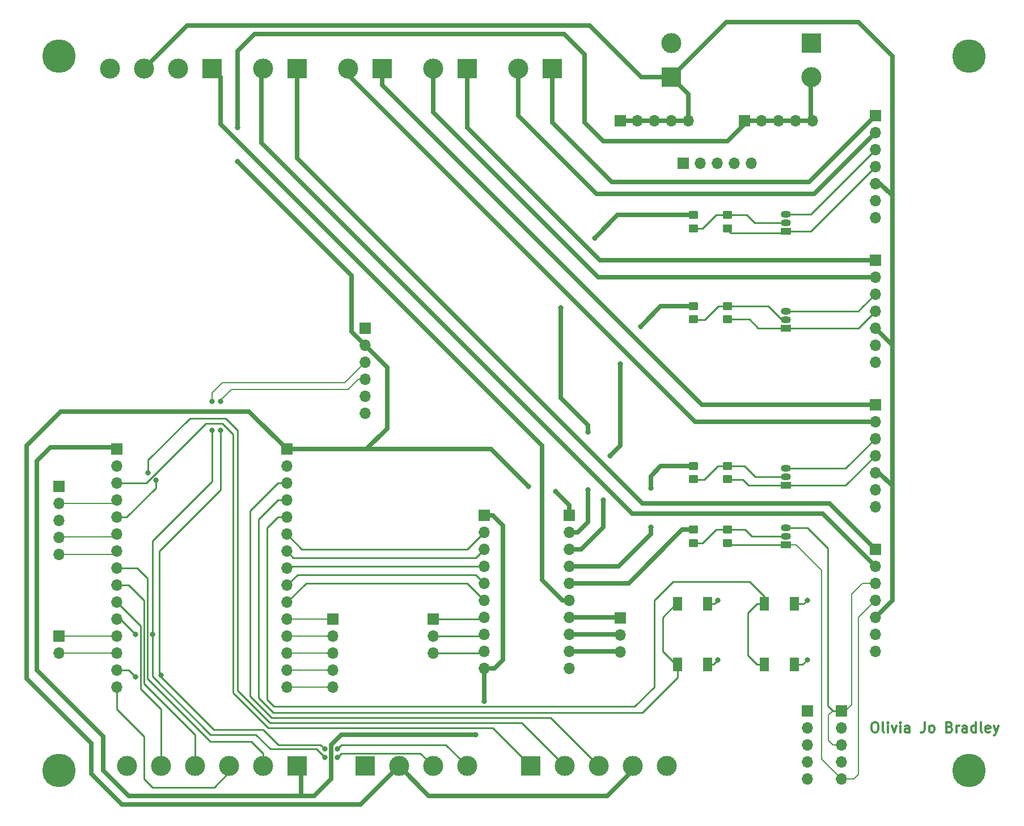
<source format=gtl>
G04 #@! TF.GenerationSoftware,KiCad,Pcbnew,(6.0.7)*
G04 #@! TF.CreationDate,2023-03-12T11:36:06-04:00*
G04 #@! TF.ProjectId,FlyBoxBoard,466c7942-6f78-4426-9f61-72642e6b6963,rev?*
G04 #@! TF.SameCoordinates,Original*
G04 #@! TF.FileFunction,Copper,L1,Top*
G04 #@! TF.FilePolarity,Positive*
%FSLAX46Y46*%
G04 Gerber Fmt 4.6, Leading zero omitted, Abs format (unit mm)*
G04 Created by KiCad (PCBNEW (6.0.7)) date 2023-03-12 11:36:06*
%MOMM*%
%LPD*%
G01*
G04 APERTURE LIST*
G04 Aperture macros list*
%AMRoundRect*
0 Rectangle with rounded corners*
0 $1 Rounding radius*
0 $2 $3 $4 $5 $6 $7 $8 $9 X,Y pos of 4 corners*
0 Add a 4 corners polygon primitive as box body*
4,1,4,$2,$3,$4,$5,$6,$7,$8,$9,$2,$3,0*
0 Add four circle primitives for the rounded corners*
1,1,$1+$1,$2,$3*
1,1,$1+$1,$4,$5*
1,1,$1+$1,$6,$7*
1,1,$1+$1,$8,$9*
0 Add four rect primitives between the rounded corners*
20,1,$1+$1,$2,$3,$4,$5,0*
20,1,$1+$1,$4,$5,$6,$7,0*
20,1,$1+$1,$6,$7,$8,$9,0*
20,1,$1+$1,$8,$9,$2,$3,0*%
G04 Aperture macros list end*
%ADD10C,0.300000*%
G04 #@! TA.AperFunction,NonConductor*
%ADD11C,0.300000*%
G04 #@! TD*
G04 #@! TA.AperFunction,ComponentPad*
%ADD12R,1.500000X1.050000*%
G04 #@! TD*
G04 #@! TA.AperFunction,ComponentPad*
%ADD13O,1.500000X1.050000*%
G04 #@! TD*
G04 #@! TA.AperFunction,ComponentPad*
%ADD14R,3.000000X3.000000*%
G04 #@! TD*
G04 #@! TA.AperFunction,ComponentPad*
%ADD15C,3.000000*%
G04 #@! TD*
G04 #@! TA.AperFunction,SMDPad,CuDef*
%ADD16RoundRect,0.250000X-0.450000X0.350000X-0.450000X-0.350000X0.450000X-0.350000X0.450000X0.350000X0*%
G04 #@! TD*
G04 #@! TA.AperFunction,SMDPad,CuDef*
%ADD17RoundRect,0.250000X0.450000X-0.350000X0.450000X0.350000X-0.450000X0.350000X-0.450000X-0.350000X0*%
G04 #@! TD*
G04 #@! TA.AperFunction,ComponentPad*
%ADD18R,1.700000X1.700000*%
G04 #@! TD*
G04 #@! TA.AperFunction,ComponentPad*
%ADD19O,1.700000X1.700000*%
G04 #@! TD*
G04 #@! TA.AperFunction,SMDPad,CuDef*
%ADD20R,1.400000X2.100000*%
G04 #@! TD*
G04 #@! TA.AperFunction,ViaPad*
%ADD21C,5.000000*%
G04 #@! TD*
G04 #@! TA.AperFunction,ViaPad*
%ADD22C,0.800000*%
G04 #@! TD*
G04 #@! TA.AperFunction,Conductor*
%ADD23C,0.250000*%
G04 #@! TD*
G04 #@! TA.AperFunction,Conductor*
%ADD24C,0.635000*%
G04 #@! TD*
G04 #@! TA.AperFunction,Conductor*
%ADD25C,0.203200*%
G04 #@! TD*
G04 #@! TA.AperFunction,Conductor*
%ADD26C,0.254000*%
G04 #@! TD*
G04 APERTURE END LIST*
D10*
D11*
X144598571Y-122368571D02*
X144884285Y-122368571D01*
X145027142Y-122440000D01*
X145170000Y-122582857D01*
X145241428Y-122868571D01*
X145241428Y-123368571D01*
X145170000Y-123654285D01*
X145027142Y-123797142D01*
X144884285Y-123868571D01*
X144598571Y-123868571D01*
X144455714Y-123797142D01*
X144312857Y-123654285D01*
X144241428Y-123368571D01*
X144241428Y-122868571D01*
X144312857Y-122582857D01*
X144455714Y-122440000D01*
X144598571Y-122368571D01*
X146098571Y-123868571D02*
X145955714Y-123797142D01*
X145884285Y-123654285D01*
X145884285Y-122368571D01*
X146670000Y-123868571D02*
X146670000Y-122868571D01*
X146670000Y-122368571D02*
X146598571Y-122440000D01*
X146670000Y-122511428D01*
X146741428Y-122440000D01*
X146670000Y-122368571D01*
X146670000Y-122511428D01*
X147241428Y-122868571D02*
X147598571Y-123868571D01*
X147955714Y-122868571D01*
X148527142Y-123868571D02*
X148527142Y-122868571D01*
X148527142Y-122368571D02*
X148455714Y-122440000D01*
X148527142Y-122511428D01*
X148598571Y-122440000D01*
X148527142Y-122368571D01*
X148527142Y-122511428D01*
X149884285Y-123868571D02*
X149884285Y-123082857D01*
X149812857Y-122940000D01*
X149670000Y-122868571D01*
X149384285Y-122868571D01*
X149241428Y-122940000D01*
X149884285Y-123797142D02*
X149741428Y-123868571D01*
X149384285Y-123868571D01*
X149241428Y-123797142D01*
X149170000Y-123654285D01*
X149170000Y-123511428D01*
X149241428Y-123368571D01*
X149384285Y-123297142D01*
X149741428Y-123297142D01*
X149884285Y-123225714D01*
X152170000Y-122368571D02*
X152170000Y-123440000D01*
X152098571Y-123654285D01*
X151955714Y-123797142D01*
X151741428Y-123868571D01*
X151598571Y-123868571D01*
X153098571Y-123868571D02*
X152955714Y-123797142D01*
X152884285Y-123725714D01*
X152812857Y-123582857D01*
X152812857Y-123154285D01*
X152884285Y-123011428D01*
X152955714Y-122940000D01*
X153098571Y-122868571D01*
X153312857Y-122868571D01*
X153455714Y-122940000D01*
X153527142Y-123011428D01*
X153598571Y-123154285D01*
X153598571Y-123582857D01*
X153527142Y-123725714D01*
X153455714Y-123797142D01*
X153312857Y-123868571D01*
X153098571Y-123868571D01*
X155884285Y-123082857D02*
X156098571Y-123154285D01*
X156170000Y-123225714D01*
X156241428Y-123368571D01*
X156241428Y-123582857D01*
X156170000Y-123725714D01*
X156098571Y-123797142D01*
X155955714Y-123868571D01*
X155384285Y-123868571D01*
X155384285Y-122368571D01*
X155884285Y-122368571D01*
X156027142Y-122440000D01*
X156098571Y-122511428D01*
X156170000Y-122654285D01*
X156170000Y-122797142D01*
X156098571Y-122940000D01*
X156027142Y-123011428D01*
X155884285Y-123082857D01*
X155384285Y-123082857D01*
X156884285Y-123868571D02*
X156884285Y-122868571D01*
X156884285Y-123154285D02*
X156955714Y-123011428D01*
X157027142Y-122940000D01*
X157170000Y-122868571D01*
X157312857Y-122868571D01*
X158455714Y-123868571D02*
X158455714Y-123082857D01*
X158384285Y-122940000D01*
X158241428Y-122868571D01*
X157955714Y-122868571D01*
X157812857Y-122940000D01*
X158455714Y-123797142D02*
X158312857Y-123868571D01*
X157955714Y-123868571D01*
X157812857Y-123797142D01*
X157741428Y-123654285D01*
X157741428Y-123511428D01*
X157812857Y-123368571D01*
X157955714Y-123297142D01*
X158312857Y-123297142D01*
X158455714Y-123225714D01*
X159812857Y-123868571D02*
X159812857Y-122368571D01*
X159812857Y-123797142D02*
X159670000Y-123868571D01*
X159384285Y-123868571D01*
X159241428Y-123797142D01*
X159170000Y-123725714D01*
X159098571Y-123582857D01*
X159098571Y-123154285D01*
X159170000Y-123011428D01*
X159241428Y-122940000D01*
X159384285Y-122868571D01*
X159670000Y-122868571D01*
X159812857Y-122940000D01*
X160741428Y-123868571D02*
X160598571Y-123797142D01*
X160527142Y-123654285D01*
X160527142Y-122368571D01*
X161884285Y-123797142D02*
X161741428Y-123868571D01*
X161455714Y-123868571D01*
X161312857Y-123797142D01*
X161241428Y-123654285D01*
X161241428Y-123082857D01*
X161312857Y-122940000D01*
X161455714Y-122868571D01*
X161741428Y-122868571D01*
X161884285Y-122940000D01*
X161955714Y-123082857D01*
X161955714Y-123225714D01*
X161241428Y-123368571D01*
X162455714Y-122868571D02*
X162812857Y-123868571D01*
X163170000Y-122868571D02*
X162812857Y-123868571D01*
X162670000Y-124225714D01*
X162598571Y-124297142D01*
X162455714Y-124368571D01*
D12*
G04 #@! TO.P,J20,1,E*
G04 #@! TO.N,Net-(J16-Pad2)*
X131445000Y-95885000D03*
D13*
G04 #@! TO.P,J20,2,B*
G04 #@! TO.N,Net-(J16-Pad1)*
X131445000Y-94615000D03*
G04 #@! TO.P,J20,3,C*
G04 #@! TO.N,Net-(J20-Pad3)*
X131445000Y-93345000D03*
G04 #@! TD*
D14*
G04 #@! TO.P,J11,1,Pin_1*
G04 #@! TO.N,/G LED+*
X83820000Y-24765000D03*
D15*
G04 #@! TO.P,J11,2,Pin_2*
G04 #@! TO.N,/G LED-*
X78740000Y-24765000D03*
G04 #@! TD*
D16*
G04 #@! TO.P,J33,1*
G04 #@! TO.N,Net-(J33-Pad1)*
X122682000Y-84090000D03*
G04 #@! TO.P,J33,2*
G04 #@! TO.N,Net-(J33-Pad2)*
X122682000Y-86090000D03*
G04 #@! TD*
G04 #@! TO.P,J29,1*
G04 #@! TO.N,Net-(J29-Pad1)*
X122682000Y-46625000D03*
G04 #@! TO.P,J29,2*
G04 #@! TO.N,Net-(J29-Pad2)*
X122682000Y-48625000D03*
G04 #@! TD*
D17*
G04 #@! TO.P,J30,1*
G04 #@! TO.N,Net-(J29-Pad1)*
X117602000Y-48625000D03*
G04 #@! TO.P,J30,2*
G04 #@! TO.N,/HV1*
X117602000Y-46625000D03*
G04 #@! TD*
D12*
G04 #@! TO.P,J36,1,E*
G04 #@! TO.N,Net-(J31-Pad2)*
X131445000Y-63500000D03*
D13*
G04 #@! TO.P,J36,2,B*
G04 #@! TO.N,Net-(J31-Pad1)*
X131445000Y-62230000D03*
G04 #@! TO.P,J36,3,C*
G04 #@! TO.N,Net-(J36-Pad3)*
X131445000Y-60960000D03*
G04 #@! TD*
D18*
G04 #@! TO.P,J21,1,Pin_1*
G04 #@! TO.N,Net-(J21-Pad1)*
X78740000Y-106988200D03*
D19*
G04 #@! TO.P,J21,2,Pin_2*
G04 #@! TO.N,Net-(J21-Pad2)*
X78740000Y-109528200D03*
G04 #@! TO.P,J21,3,Pin_3*
G04 #@! TO.N,Net-(J21-Pad3)*
X78740000Y-112068200D03*
G04 #@! TD*
D14*
G04 #@! TO.P,J6,1,Pin_1*
G04 #@! TO.N,/D15*
X93345000Y-128905000D03*
D15*
G04 #@! TO.P,J6,2,Pin_2*
G04 #@! TO.N,/D4*
X98425000Y-128905000D03*
G04 #@! TO.P,J6,3,Pin_3*
G04 #@! TO.N,/D13*
X103505000Y-128905000D03*
G04 #@! TO.P,J6,4,Pin_4*
G04 #@! TO.N,/5V*
X108585000Y-128905000D03*
G04 #@! TO.P,J6,5,Pin_5*
G04 #@! TO.N,/GND*
X113665000Y-128905000D03*
G04 #@! TD*
D16*
G04 #@! TO.P,J16,1*
G04 #@! TO.N,Net-(J16-Pad1)*
X122682000Y-93615000D03*
G04 #@! TO.P,J16,2*
G04 #@! TO.N,Net-(J16-Pad2)*
X122682000Y-95615000D03*
G04 #@! TD*
D18*
G04 #@! TO.P,J27,1,Pin_1*
G04 #@! TO.N,/5V*
X99060000Y-91440000D03*
D19*
G04 #@! TO.P,J27,2,Pin_2*
G04 #@! TO.N,/HV1*
X99060000Y-93980000D03*
G04 #@! TO.P,J27,3,Pin_3*
G04 #@! TO.N,/HV2*
X99060000Y-96520000D03*
G04 #@! TO.P,J27,4,Pin_4*
G04 #@! TO.N,/HV3*
X99060000Y-99060000D03*
G04 #@! TO.P,J27,5,Pin_5*
G04 #@! TO.N,/HV4*
X99060000Y-101600000D03*
G04 #@! TO.P,J27,6,Pin_6*
G04 #@! TO.N,/HV5*
X99060000Y-104140000D03*
G04 #@! TO.P,J27,7,Pin_7*
G04 #@! TO.N,Net-(J27-Pad7)*
X99060000Y-106680000D03*
G04 #@! TO.P,J27,8,Pin_8*
G04 #@! TO.N,Net-(J27-Pad8)*
X99060000Y-109220000D03*
G04 #@! TO.P,J27,9,Pin_9*
G04 #@! TO.N,Net-(J27-Pad9)*
X99060000Y-111760000D03*
G04 #@! TO.P,J27,10,Pin_10*
G04 #@! TO.N,/GND*
X99060000Y-114300000D03*
G04 #@! TD*
D18*
G04 #@! TO.P,J40,1,Pin_1*
G04 #@! TO.N,/R LED+*
X144780000Y-74930000D03*
D19*
G04 #@! TO.P,J40,2,Pin_2*
G04 #@! TO.N,/R LED-*
X144780000Y-77470000D03*
G04 #@! TO.P,J40,3,Pin_3*
G04 #@! TO.N,Net-(J37-Pad3)*
X144780000Y-80010000D03*
G04 #@! TO.P,J40,4,Pin_4*
G04 #@! TO.N,Net-(J33-Pad2)*
X144780000Y-82550000D03*
G04 #@! TO.P,J40,5,Pin_5*
G04 #@! TO.N,/12V*
X144780000Y-85090000D03*
G04 #@! TO.P,J40,6,Pin_6*
G04 #@! TO.N,unconnected-(J40-Pad6)*
X144780000Y-87630000D03*
G04 #@! TO.P,J40,7,Pin_7*
G04 #@! TO.N,/GND*
X144780000Y-90170000D03*
G04 #@! TD*
D18*
G04 #@! TO.P,J5,1,Pin_1*
G04 #@! TO.N,/5V*
X56926800Y-81588200D03*
D19*
G04 #@! TO.P,J5,2,Pin_2*
G04 #@! TO.N,/GND*
X56926800Y-84128200D03*
G04 #@! TO.P,J5,3,Pin_3*
G04 #@! TO.N,/D13*
X56926800Y-86668200D03*
G04 #@! TO.P,J5,4,Pin_4*
G04 #@! TO.N,/D12*
X56926800Y-89208200D03*
G04 #@! TO.P,J5,5,Pin_5*
G04 #@! TO.N,/D14*
X56926800Y-91748200D03*
G04 #@! TO.P,J5,6,Pin_6*
G04 #@! TO.N,/D27*
X56926800Y-94288200D03*
G04 #@! TO.P,J5,7,Pin_7*
G04 #@! TO.N,/D26*
X56926800Y-96828200D03*
G04 #@! TO.P,J5,8,Pin_8*
G04 #@! TO.N,/D25*
X56926800Y-99368200D03*
G04 #@! TO.P,J5,9,Pin_9*
G04 #@! TO.N,/D33*
X56926800Y-101908200D03*
G04 #@! TO.P,J5,10,Pin_10*
G04 #@! TO.N,/D32*
X56926800Y-104448200D03*
G04 #@! TO.P,J5,11,Pin_11*
G04 #@! TO.N,Net-(J25-Pad1)*
X56926800Y-106988200D03*
G04 #@! TO.P,J5,12,Pin_12*
G04 #@! TO.N,Net-(J25-Pad2)*
X56926800Y-109528200D03*
G04 #@! TO.P,J5,13,Pin_13*
G04 #@! TO.N,Net-(J25-Pad3)*
X56926800Y-112068200D03*
G04 #@! TO.P,J5,14,Pin_14*
G04 #@! TO.N,Net-(J25-Pad4)*
X56926800Y-114608200D03*
G04 #@! TO.P,J5,15,Pin_15*
G04 #@! TO.N,Net-(J25-Pad5)*
X56926800Y-117148200D03*
G04 #@! TD*
D12*
G04 #@! TO.P,J35,1,E*
G04 #@! TO.N,Net-(J29-Pad2)*
X131445000Y-49022000D03*
D13*
G04 #@! TO.P,J35,2,B*
G04 #@! TO.N,Net-(J29-Pad1)*
X131445000Y-47752000D03*
G04 #@! TO.P,J35,3,C*
G04 #@! TO.N,Net-(J35-Pad3)*
X131445000Y-46482000D03*
G04 #@! TD*
D18*
G04 #@! TO.P,J25,1,Pin_1*
G04 #@! TO.N,Net-(J25-Pad1)*
X63754000Y-106934000D03*
D19*
G04 #@! TO.P,J25,2,Pin_2*
G04 #@! TO.N,Net-(J25-Pad2)*
X63754000Y-109474000D03*
G04 #@! TO.P,J25,3,Pin_3*
G04 #@! TO.N,Net-(J25-Pad3)*
X63754000Y-112014000D03*
G04 #@! TO.P,J25,4,Pin_4*
G04 #@! TO.N,Net-(J25-Pad4)*
X63754000Y-114554000D03*
G04 #@! TO.P,J25,5,Pin_5*
G04 #@! TO.N,Net-(J25-Pad5)*
X63754000Y-117094000D03*
G04 #@! TD*
D18*
G04 #@! TO.P,J4,1,Pin_1*
G04 #@! TO.N,/GND*
X68580000Y-63500000D03*
D19*
G04 #@! TO.P,J4,2,Pin_2*
G04 #@! TO.N,/5V*
X68580000Y-66040000D03*
G04 #@! TO.P,J4,3,Pin_3*
G04 #@! TO.N,/D21*
X68580000Y-68580000D03*
G04 #@! TO.P,J4,4,Pin_4*
G04 #@! TO.N,/D22*
X68580000Y-71120000D03*
G04 #@! TO.P,J4,5,Pin_5*
G04 #@! TO.N,unconnected-(J4-Pad5)*
X68580000Y-73660000D03*
G04 #@! TO.P,J4,6,Pin_6*
G04 #@! TO.N,unconnected-(J4-Pad6)*
X68580000Y-76200000D03*
G04 #@! TD*
D14*
G04 #@! TO.P,J15,1,Pin_1*
G04 #@! TO.N,/3V3*
X58420000Y-128905000D03*
D15*
G04 #@! TO.P,J15,2,Pin_2*
G04 #@! TO.N,/D5*
X53340000Y-128905000D03*
G04 #@! TO.P,J15,3,Pin_3*
G04 #@! TO.N,/D23*
X48260000Y-128905000D03*
G04 #@! TO.P,J15,4,Pin_4*
G04 #@! TO.N,/D18*
X43180000Y-128905000D03*
G04 #@! TO.P,J15,5,Pin_5*
G04 #@! TO.N,/D19*
X38100000Y-128905000D03*
G04 #@! TO.P,J15,6,Pin_6*
G04 #@! TO.N,/GND*
X33020000Y-128905000D03*
G04 #@! TD*
D18*
G04 #@! TO.P,J24,1,Pin_1*
G04 #@! TO.N,/GND*
X116078000Y-38862000D03*
D19*
G04 #@! TO.P,J24,2,Pin_2*
X118618000Y-38862000D03*
G04 #@! TO.P,J24,3,Pin_3*
X121158000Y-38862000D03*
G04 #@! TO.P,J24,4,Pin_4*
X123698000Y-38862000D03*
G04 #@! TO.P,J24,5,Pin_5*
X126238000Y-38862000D03*
G04 #@! TD*
D14*
G04 #@! TO.P,J10,1,Pin_1*
G04 #@! TO.N,/R LED+*
X71120000Y-24765000D03*
D15*
G04 #@! TO.P,J10,2,Pin_2*
G04 #@! TO.N,/R LED-*
X66040000Y-24765000D03*
G04 #@! TD*
D18*
G04 #@! TO.P,J22,1,Pin_1*
G04 #@! TO.N,N/C*
X134645000Y-120680000D03*
D19*
G04 #@! TO.P,J22,2,Pin_2*
X134645000Y-123220000D03*
G04 #@! TO.P,J22,3,Pin_3*
X134645000Y-125760000D03*
G04 #@! TO.P,J22,4,Pin_4*
X134645000Y-128300000D03*
G04 #@! TO.P,J22,5,Pin_5*
X134645000Y-130840000D03*
G04 #@! TD*
D17*
G04 #@! TO.P,J32,1*
G04 #@! TO.N,Net-(J31-Pad1)*
X117602000Y-62222000D03*
G04 #@! TO.P,J32,2*
G04 #@! TO.N,/HV2*
X117602000Y-60222000D03*
G04 #@! TD*
D14*
G04 #@! TO.P,J9,1,Pin_1*
G04 #@! TO.N,/HV5*
X45720000Y-24765000D03*
D15*
G04 #@! TO.P,J9,2,Pin_2*
G04 #@! TO.N,/X*
X40640000Y-24765000D03*
G04 #@! TO.P,J9,3,Pin_3*
G04 #@! TO.N,/12V*
X35560000Y-24765000D03*
G04 #@! TO.P,J9,4,Pin_4*
G04 #@! TO.N,/GND*
X30480000Y-24765000D03*
G04 #@! TD*
D18*
G04 #@! TO.P,J7,1,Pin_1*
G04 #@! TO.N,/5V*
X125222000Y-32512000D03*
D19*
G04 #@! TO.P,J7,2,Pin_2*
X127762000Y-32512000D03*
G04 #@! TO.P,J7,3,Pin_3*
X130302000Y-32512000D03*
G04 #@! TO.P,J7,4,Pin_4*
X132842000Y-32512000D03*
G04 #@! TO.P,J7,5,Pin_5*
X135382000Y-32512000D03*
G04 #@! TD*
D16*
G04 #@! TO.P,J31,1*
G04 #@! TO.N,Net-(J31-Pad1)*
X122682000Y-60222000D03*
G04 #@! TO.P,J31,2*
G04 #@! TO.N,Net-(J31-Pad2)*
X122682000Y-62222000D03*
G04 #@! TD*
D18*
G04 #@! TO.P,J28,1,Pin_1*
G04 #@! TO.N,Net-(J27-Pad7)*
X106680000Y-106805800D03*
D19*
G04 #@! TO.P,J28,2,Pin_2*
G04 #@! TO.N,Net-(J27-Pad8)*
X106680000Y-109345800D03*
G04 #@! TO.P,J28,3,Pin_3*
G04 #@! TO.N,Net-(J27-Pad9)*
X106680000Y-111885800D03*
G04 #@! TD*
D18*
G04 #@! TO.P,J3,1,Pin_1*
G04 #@! TO.N,/3V3*
X31526800Y-81588200D03*
D19*
G04 #@! TO.P,J3,2,Pin_2*
G04 #@! TO.N,/GND*
X31526800Y-84128200D03*
G04 #@! TO.P,J3,3,Pin_3*
G04 #@! TO.N,/D15*
X31526800Y-86668200D03*
G04 #@! TO.P,J3,4,Pin_4*
G04 #@! TO.N,Net-(J18-Pad2)*
X31526800Y-89208200D03*
G04 #@! TO.P,J3,5,Pin_5*
G04 #@! TO.N,/D4*
X31526800Y-91748200D03*
G04 #@! TO.P,J3,6,Pin_6*
G04 #@! TO.N,Net-(J18-Pad4)*
X31526800Y-94288200D03*
G04 #@! TO.P,J3,7,Pin_7*
G04 #@! TO.N,Net-(J18-Pad5)*
X31526800Y-96828200D03*
G04 #@! TO.P,J3,8,Pin_8*
G04 #@! TO.N,/D5*
X31526800Y-99368200D03*
G04 #@! TO.P,J3,9,Pin_9*
G04 #@! TO.N,/D18*
X31526800Y-101908200D03*
G04 #@! TO.P,J3,10,Pin_10*
G04 #@! TO.N,/D19*
X31526800Y-104448200D03*
G04 #@! TO.P,J3,11,Pin_11*
G04 #@! TO.N,/D21*
X31526800Y-106988200D03*
G04 #@! TO.P,J3,12,Pin_12*
G04 #@! TO.N,Net-(J19-Pad1)*
X31526800Y-109528200D03*
G04 #@! TO.P,J3,13,Pin_13*
G04 #@! TO.N,Net-(J19-Pad2)*
X31526800Y-112068200D03*
G04 #@! TO.P,J3,14,Pin_14*
G04 #@! TO.N,/D22*
X31526800Y-114608200D03*
G04 #@! TO.P,J3,15,Pin_15*
G04 #@! TO.N,/D23*
X31526800Y-117148200D03*
G04 #@! TD*
D18*
G04 #@! TO.P,J19,1,Pin_1*
G04 #@! TO.N,Net-(J19-Pad1)*
X22885000Y-109528200D03*
D19*
G04 #@! TO.P,J19,2,Pin_2*
G04 #@! TO.N,Net-(J19-Pad2)*
X22885000Y-112068200D03*
G04 #@! TD*
D18*
G04 #@! TO.P,J39,1,Pin_1*
G04 #@! TO.N,/G LED+*
X144780000Y-53340000D03*
D19*
G04 #@! TO.P,J39,2,Pin_2*
G04 #@! TO.N,/G LED-*
X144780000Y-55880000D03*
G04 #@! TO.P,J39,3,Pin_3*
G04 #@! TO.N,Net-(J36-Pad3)*
X144780000Y-58420000D03*
G04 #@! TO.P,J39,4,Pin_4*
G04 #@! TO.N,Net-(J31-Pad2)*
X144780000Y-60960000D03*
G04 #@! TO.P,J39,5,Pin_5*
G04 #@! TO.N,/12V*
X144780000Y-63500000D03*
G04 #@! TO.P,J39,6,Pin_6*
G04 #@! TO.N,unconnected-(J39-Pad6)*
X144780000Y-66040000D03*
G04 #@! TO.P,J39,7,Pin_7*
G04 #@! TO.N,/GND*
X144780000Y-68580000D03*
G04 #@! TD*
D14*
G04 #@! TO.P,J13,1,Pin_1*
G04 #@! TO.N,/IR LED+*
X58420000Y-24765000D03*
D15*
G04 #@! TO.P,J13,2,Pin_2*
G04 #@! TO.N,/IR LED-*
X53340000Y-24765000D03*
G04 #@! TD*
D14*
G04 #@! TO.P,J12,1,Pin_1*
G04 #@! TO.N,/W LED+*
X96520000Y-24765000D03*
D15*
G04 #@! TO.P,J12,2,Pin_2*
G04 #@! TO.N,/W LED-*
X91440000Y-24765000D03*
G04 #@! TD*
D20*
G04 #@! TO.P,S2,1*
G04 #@! TO.N,/D14*
X128215000Y-113770000D03*
G04 #@! TO.P,S2,2*
X128215000Y-104670000D03*
G04 #@! TO.P,S2,3*
G04 #@! TO.N,/GND*
X132715000Y-113770000D03*
G04 #@! TO.P,S2,4*
X132715000Y-104670000D03*
G04 #@! TD*
D14*
G04 #@! TO.P,J1,1,Pin_1*
G04 #@! TO.N,/GND*
X135255000Y-20955000D03*
D15*
G04 #@! TO.P,J1,2,Pin_2*
G04 #@! TO.N,/5V*
X135255000Y-26035000D03*
G04 #@! TD*
D17*
G04 #@! TO.P,J17,1*
G04 #@! TO.N,Net-(J16-Pad1)*
X117602000Y-95615000D03*
G04 #@! TO.P,J17,2*
G04 #@! TO.N,/HV4*
X117602000Y-93615000D03*
G04 #@! TD*
D18*
G04 #@! TO.P,J22,1,Pin_1*
G04 #@! TO.N,Net-(J20-Pad3)*
X139700000Y-120650000D03*
D19*
G04 #@! TO.P,J22,2,Pin_2*
G04 #@! TO.N,unconnected-(J22-Pad2)*
X139700000Y-123190000D03*
G04 #@! TO.P,J22,3,Pin_3*
G04 #@! TO.N,Net-(J20-Pad3)*
X139700000Y-125730000D03*
G04 #@! TO.P,J22,4,Pin_4*
G04 #@! TO.N,unconnected-(J22-Pad4)*
X139700000Y-128270000D03*
G04 #@! TO.P,J22,5,Pin_5*
G04 #@! TO.N,Net-(J16-Pad2)*
X139700000Y-130810000D03*
G04 #@! TD*
D18*
G04 #@! TO.P,J26,1,Pin_1*
G04 #@! TO.N,/IR LED+*
X144780000Y-96520000D03*
D19*
G04 #@! TO.P,J26,2,Pin_2*
G04 #@! TO.N,/IR LED-*
X144780000Y-99060000D03*
G04 #@! TO.P,J26,3,Pin_3*
G04 #@! TO.N,Net-(J20-Pad3)*
X144780000Y-101600000D03*
G04 #@! TO.P,J26,4,Pin_4*
G04 #@! TO.N,Net-(J16-Pad2)*
X144780000Y-104140000D03*
G04 #@! TO.P,J26,5,Pin_5*
G04 #@! TO.N,/12V*
X144780000Y-106680000D03*
G04 #@! TO.P,J26,6,Pin_6*
G04 #@! TO.N,unconnected-(J26-Pad6)*
X144780000Y-109220000D03*
G04 #@! TO.P,J26,7,Pin_7*
G04 #@! TO.N,/GND*
X144780000Y-111760000D03*
G04 #@! TD*
D18*
G04 #@! TO.P,J23,1,Pin_1*
G04 #@! TO.N,/3V3*
X86360000Y-91440000D03*
D19*
G04 #@! TO.P,J23,2,Pin_2*
G04 #@! TO.N,/D27*
X86360000Y-93980000D03*
G04 #@! TO.P,J23,3,Pin_3*
G04 #@! TO.N,/D26*
X86360000Y-96520000D03*
G04 #@! TO.P,J23,4,Pin_4*
G04 #@! TO.N,/D25*
X86360000Y-99060000D03*
G04 #@! TO.P,J23,5,Pin_5*
G04 #@! TO.N,/D33*
X86360000Y-101600000D03*
G04 #@! TO.P,J23,6,Pin_6*
G04 #@! TO.N,/D32*
X86360000Y-104140000D03*
G04 #@! TO.P,J23,7,Pin_7*
G04 #@! TO.N,Net-(J21-Pad1)*
X86360000Y-106680000D03*
G04 #@! TO.P,J23,8,Pin_8*
G04 #@! TO.N,Net-(J21-Pad2)*
X86360000Y-109220000D03*
G04 #@! TO.P,J23,9,Pin_9*
G04 #@! TO.N,Net-(J21-Pad3)*
X86360000Y-111760000D03*
G04 #@! TO.P,J23,10,Pin_10*
G04 #@! TO.N,/3V3*
X86360000Y-114300000D03*
G04 #@! TD*
D14*
G04 #@! TO.P,J14,1,Pin_1*
G04 #@! TO.N,/GND*
X68580000Y-128905000D03*
D15*
G04 #@! TO.P,J14,2,Pin_2*
G04 #@! TO.N,/5V*
X73660000Y-128905000D03*
G04 #@! TO.P,J14,3,Pin_3*
G04 #@! TO.N,/D21*
X78740000Y-128905000D03*
G04 #@! TO.P,J14,4,Pin_4*
G04 #@! TO.N,/D22*
X83820000Y-128905000D03*
G04 #@! TD*
D12*
G04 #@! TO.P,J37,1,E*
G04 #@! TO.N,Net-(J33-Pad2)*
X131445000Y-86995000D03*
D13*
G04 #@! TO.P,J37,2,B*
G04 #@! TO.N,Net-(J33-Pad1)*
X131445000Y-85725000D03*
G04 #@! TO.P,J37,3,C*
G04 #@! TO.N,Net-(J37-Pad3)*
X131445000Y-84455000D03*
G04 #@! TD*
D14*
G04 #@! TO.P,J2,1,Pin_1*
G04 #@! TO.N,/12V*
X114300000Y-26035000D03*
D15*
G04 #@! TO.P,J2,2,Pin_2*
G04 #@! TO.N,/GND*
X114300000Y-20955000D03*
G04 #@! TD*
D18*
G04 #@! TO.P,J38,1,Pin_1*
G04 #@! TO.N,/W LED+*
X144780000Y-31750000D03*
D19*
G04 #@! TO.P,J38,2,Pin_2*
G04 #@! TO.N,/W LED-*
X144780000Y-34290000D03*
G04 #@! TO.P,J38,3,Pin_3*
G04 #@! TO.N,Net-(J35-Pad3)*
X144780000Y-36830000D03*
G04 #@! TO.P,J38,4,Pin_4*
G04 #@! TO.N,Net-(J29-Pad2)*
X144780000Y-39370000D03*
G04 #@! TO.P,J38,5,Pin_5*
G04 #@! TO.N,/12V*
X144780000Y-41910000D03*
G04 #@! TO.P,J38,6,Pin_6*
G04 #@! TO.N,unconnected-(J38-Pad6)*
X144780000Y-44450000D03*
G04 #@! TO.P,J38,7,Pin_7*
G04 #@! TO.N,/GND*
X144780000Y-46990000D03*
G04 #@! TD*
D17*
G04 #@! TO.P,J34,1*
G04 #@! TO.N,Net-(J33-Pad1)*
X117602000Y-86090000D03*
G04 #@! TO.P,J34,2*
G04 #@! TO.N,/HV3*
X117602000Y-84090000D03*
G04 #@! TD*
D18*
G04 #@! TO.P,J8,1,Pin_1*
G04 #@! TO.N,/12V*
X106680000Y-32512000D03*
D19*
G04 #@! TO.P,J8,2,Pin_2*
X109220000Y-32512000D03*
G04 #@! TO.P,J8,3,Pin_3*
X111760000Y-32512000D03*
G04 #@! TO.P,J8,4,Pin_4*
X114300000Y-32512000D03*
G04 #@! TO.P,J8,5,Pin_5*
X116840000Y-32512000D03*
G04 #@! TD*
D18*
G04 #@! TO.P,J18,1,Pin_1*
G04 #@! TO.N,unconnected-(J18-Pad1)*
X22885000Y-87146200D03*
D19*
G04 #@! TO.P,J18,2,Pin_2*
G04 #@! TO.N,Net-(J18-Pad2)*
X22885000Y-89686200D03*
G04 #@! TO.P,J18,3,Pin_3*
G04 #@! TO.N,unconnected-(J18-Pad3)*
X22885000Y-92226200D03*
G04 #@! TO.P,J18,4,Pin_4*
G04 #@! TO.N,Net-(J18-Pad4)*
X22885000Y-94766200D03*
G04 #@! TO.P,J18,5,Pin_5*
G04 #@! TO.N,Net-(J18-Pad5)*
X22885000Y-97306200D03*
G04 #@! TD*
D20*
G04 #@! TO.P,S1,1*
G04 #@! TO.N,/D12*
X115225000Y-113770000D03*
G04 #@! TO.P,S1,2*
X115225000Y-104670000D03*
G04 #@! TO.P,S1,3*
G04 #@! TO.N,/GND*
X119725000Y-113770000D03*
G04 #@! TO.P,S1,4*
X119725000Y-104670000D03*
G04 #@! TD*
D21*
G04 #@! TO.N,/GND*
X22860000Y-129540000D03*
D22*
X134620000Y-104140000D03*
X134620000Y-113030000D03*
X121285000Y-113030000D03*
X121285000Y-104140000D03*
D21*
X158750000Y-22860000D03*
X158750000Y-129540000D03*
X22860000Y-22860000D03*
D22*
G04 #@! TO.N,/5V*
X97028000Y-87884000D03*
X49530000Y-38608000D03*
X92964000Y-87122000D03*
X49530000Y-33528000D03*
G04 #@! TO.N,/3V3*
X86360000Y-119290500D03*
X85090000Y-124206000D03*
G04 #@! TO.N,/D21*
X64417000Y-127635000D03*
X36830000Y-109220000D03*
X34290000Y-109220000D03*
X62583000Y-127635000D03*
X45720000Y-74422000D03*
X45720000Y-78740000D03*
G04 #@! TO.N,/D22*
X46990000Y-78740000D03*
X62583000Y-126378417D03*
X34290000Y-115570000D03*
X64417000Y-126378417D03*
X46990000Y-74422000D03*
X38100000Y-115370260D03*
G04 #@! TO.N,/HV2*
X105156000Y-82550000D03*
X106680000Y-68834000D03*
X109728000Y-63246000D03*
X104140000Y-89154000D03*
G04 #@! TO.N,/HV3*
X111252000Y-87376000D03*
X111252000Y-93218000D03*
G04 #@! TO.N,/HV1*
X102870000Y-50038000D03*
X101854000Y-78994000D03*
X97790000Y-60452000D03*
X101854000Y-87630000D03*
G04 #@! TO.N,/D4*
X36195000Y-85090000D03*
X37342299Y-86237299D03*
G04 #@! TD*
D23*
G04 #@! TO.N,/GND*
X134620000Y-104140000D02*
X134090000Y-104670000D01*
X120755000Y-104670000D02*
X119725000Y-104670000D01*
X134090000Y-104670000D02*
X132715000Y-104670000D01*
X120545000Y-113770000D02*
X119725000Y-113770000D01*
X121285000Y-113030000D02*
X120545000Y-113770000D01*
X121285000Y-104140000D02*
X120755000Y-104670000D01*
X134620000Y-113030000D02*
X133880000Y-113770000D01*
X133880000Y-113770000D02*
X132715000Y-113770000D01*
D24*
G04 #@! TO.N,/5V*
X108585000Y-128905000D02*
X108585000Y-129540000D01*
X18034000Y-115824000D02*
X27686000Y-125476000D01*
X67945000Y-134620000D02*
X73660000Y-128905000D01*
X52070000Y-19558000D02*
X98298000Y-19558000D01*
X99060000Y-89916000D02*
X97028000Y-87884000D01*
X125222000Y-32512000D02*
X135382000Y-32512000D01*
X135128000Y-32258000D02*
X135128000Y-26162000D01*
X68779800Y-81588200D02*
X71882000Y-78486000D01*
X71882000Y-78486000D02*
X71882000Y-69342000D01*
X18034000Y-81026000D02*
X18034000Y-115824000D01*
X32258000Y-134620000D02*
X67945000Y-134620000D01*
X101346000Y-22606000D02*
X101346000Y-32766000D01*
X71882000Y-69342000D02*
X68580000Y-66040000D01*
X135128000Y-26162000D02*
X135255000Y-26035000D01*
X125222000Y-33020000D02*
X125222000Y-32512000D01*
X27686000Y-130048000D02*
X32258000Y-134620000D01*
X92964000Y-87122000D02*
X87430200Y-81588200D01*
X27686000Y-125476000D02*
X27686000Y-130048000D01*
X78105000Y-133350000D02*
X73660000Y-128905000D01*
X56926800Y-81588200D02*
X68779800Y-81588200D01*
X49530000Y-33528000D02*
X49530000Y-22098000D01*
X66548000Y-64008000D02*
X68580000Y-66040000D01*
X99060000Y-91440000D02*
X99060000Y-89916000D01*
X51284600Y-75946000D02*
X23114000Y-75946000D01*
X122682000Y-35560000D02*
X125222000Y-33020000D01*
X135382000Y-32512000D02*
X135128000Y-32258000D01*
X49530000Y-38608000D02*
X66548000Y-55626000D01*
X104140000Y-35560000D02*
X122682000Y-35560000D01*
X104775000Y-133350000D02*
X78105000Y-133350000D01*
X49530000Y-22098000D02*
X52070000Y-19558000D01*
X87430200Y-81588200D02*
X56926800Y-81588200D01*
X66548000Y-55626000D02*
X66548000Y-64008000D01*
X56926800Y-81588200D02*
X51284600Y-75946000D01*
X101346000Y-32766000D02*
X104140000Y-35560000D01*
X23114000Y-75946000D02*
X18034000Y-81026000D01*
X98298000Y-19558000D02*
X101346000Y-22606000D01*
X108585000Y-129540000D02*
X104775000Y-133350000D01*
G04 #@! TO.N,/12V*
X147320000Y-22860000D02*
X147320000Y-43738800D01*
X106680000Y-32512000D02*
X116840000Y-32512000D01*
X42037000Y-18288000D02*
X35560000Y-24765000D01*
X147320000Y-87101200D02*
X145308800Y-85090000D01*
X102108000Y-18288000D02*
X42037000Y-18288000D01*
X147320000Y-66040000D02*
X147320000Y-87101200D01*
X147320000Y-43738800D02*
X145491200Y-41910000D01*
X147320000Y-87101200D02*
X147320000Y-104140000D01*
X114300000Y-26035000D02*
X122555000Y-17780000D01*
X122555000Y-17780000D02*
X142240000Y-17780000D01*
X114300000Y-26035000D02*
X116840000Y-28575000D01*
X145491200Y-41910000D02*
X144780000Y-41910000D01*
X116840000Y-28575000D02*
X116840000Y-32512000D01*
X114300000Y-26035000D02*
X109855000Y-26035000D01*
X109855000Y-26035000D02*
X102108000Y-18288000D01*
X147320000Y-104140000D02*
X144780000Y-106680000D01*
X142240000Y-17780000D02*
X147320000Y-22860000D01*
X145308800Y-85090000D02*
X144780000Y-85090000D01*
X147320000Y-66040000D02*
X144780000Y-63500000D01*
X147320000Y-43738800D02*
X147320000Y-66040000D01*
G04 #@! TO.N,/3V3*
X21590000Y-81280000D02*
X19558000Y-83312000D01*
X19558000Y-83312000D02*
X19558000Y-114554000D01*
X29464000Y-124460000D02*
X29464000Y-129540000D01*
X86360000Y-119290500D02*
X86360000Y-114300000D01*
X63500000Y-130810000D02*
X60960000Y-133350000D01*
X33274000Y-133350000D02*
X59045500Y-133350000D01*
X89154000Y-113030000D02*
X89154000Y-92964000D01*
X87630000Y-91440000D02*
X86360000Y-91440000D01*
X65024000Y-124206000D02*
X63500000Y-125730000D01*
X60960000Y-133350000D02*
X59045500Y-133350000D01*
X31218600Y-81280000D02*
X21590000Y-81280000D01*
X86360000Y-114300000D02*
X87884000Y-114300000D01*
X85090000Y-124206000D02*
X65024000Y-124206000D01*
X87884000Y-114300000D02*
X89154000Y-113030000D01*
X89154000Y-92964000D02*
X87630000Y-91440000D01*
X19558000Y-114554000D02*
X29464000Y-124460000D01*
X58420000Y-128905000D02*
X59045500Y-129530500D01*
X59045500Y-129530500D02*
X59045500Y-133350000D01*
X63500000Y-125730000D02*
X63500000Y-130810000D01*
X29464000Y-129540000D02*
X33274000Y-133350000D01*
X31526800Y-81588200D02*
X31218600Y-81280000D01*
D25*
G04 #@! TO.N,Net-(J18-Pad2)*
X31425200Y-89686200D02*
X31526800Y-89584600D01*
X22885000Y-89686200D02*
X31425200Y-89686200D01*
G04 #@! TO.N,Net-(J18-Pad4)*
X31526800Y-94664600D02*
X22986600Y-94664600D01*
X22986600Y-94664600D02*
X22885000Y-94766200D01*
G04 #@! TO.N,Net-(J18-Pad5)*
X31425200Y-97306200D02*
X31526800Y-97204600D01*
X22885000Y-97306200D02*
X31425200Y-97306200D01*
D26*
G04 #@! TO.N,/D5*
X51562000Y-125222000D02*
X53340000Y-127000000D01*
X53340000Y-127000000D02*
X53340000Y-128905000D01*
X36068000Y-115824000D02*
X45466000Y-125222000D01*
X45466000Y-125222000D02*
X51562000Y-125222000D01*
X36068000Y-100838000D02*
X36068000Y-115824000D01*
X34598200Y-99368200D02*
X36068000Y-100838000D01*
X31526800Y-99368200D02*
X34598200Y-99368200D01*
G04 #@! TO.N,/D18*
X43180000Y-124206000D02*
X43180000Y-128905000D01*
X33328200Y-101908200D02*
X35560000Y-104140000D01*
X31526800Y-101908200D02*
X33328200Y-101908200D01*
X35560000Y-116586000D02*
X43180000Y-124206000D01*
X35560000Y-104140000D02*
X35560000Y-116586000D01*
G04 #@! TO.N,/D19*
X35106000Y-108027400D02*
X31526800Y-104448200D01*
X38100000Y-120396000D02*
X35106000Y-117402000D01*
X38100000Y-128905000D02*
X38100000Y-120396000D01*
X35106000Y-117402000D02*
X35106000Y-108027400D01*
G04 #@! TO.N,/D21*
X45480104Y-124206000D02*
X36830000Y-115555896D01*
X36830000Y-95250000D02*
X36830000Y-109220000D01*
X36830000Y-115555896D02*
X36830000Y-109220000D01*
X65052000Y-127000000D02*
X76835000Y-127000000D01*
X54423026Y-126365000D02*
X52264026Y-124206000D01*
D25*
X45720000Y-74422000D02*
X45720000Y-73152000D01*
X47244000Y-71628000D02*
X65532000Y-71628000D01*
D26*
X31526800Y-106988200D02*
X32058200Y-106988200D01*
X45720000Y-86360000D02*
X36830000Y-95250000D01*
X76835000Y-127000000D02*
X78740000Y-128905000D01*
X45720000Y-78740000D02*
X45720000Y-86360000D01*
D25*
X45720000Y-73152000D02*
X47244000Y-71628000D01*
D26*
X64417000Y-127635000D02*
X65052000Y-127000000D01*
X52264026Y-124206000D02*
X45480104Y-124206000D01*
X61313000Y-126365000D02*
X54423026Y-126365000D01*
X32058200Y-106988200D02*
X34290000Y-109220000D01*
X62583000Y-127635000D02*
X61313000Y-126365000D01*
D25*
X65532000Y-71628000D02*
X68580000Y-68580000D01*
G04 #@! TO.N,Net-(J19-Pad1)*
X22915000Y-109498200D02*
X31496800Y-109498200D01*
X22885000Y-109528200D02*
X22915000Y-109498200D01*
X31496800Y-109498200D02*
X31526800Y-109528200D01*
G04 #@! TO.N,Net-(J19-Pad2)*
X31526800Y-112068200D02*
X22885000Y-112068200D01*
D26*
G04 #@! TO.N,/D22*
X46990000Y-78740000D02*
X46990000Y-87630000D01*
D25*
X46990000Y-74422000D02*
X46990000Y-74295000D01*
D26*
X64417000Y-126378417D02*
X65065417Y-125730000D01*
X37846000Y-115116260D02*
X38100000Y-115370260D01*
X53340000Y-123444000D02*
X45974000Y-123444000D01*
X33328200Y-114608200D02*
X34290000Y-115570000D01*
D25*
X46990000Y-74295000D02*
X48641000Y-72644000D01*
D26*
X38100000Y-115570000D02*
X38100000Y-115370260D01*
X80645000Y-125730000D02*
X83820000Y-128905000D01*
X62583000Y-126378417D02*
X61934583Y-125730000D01*
X31526800Y-114608200D02*
X33328200Y-114608200D01*
X37846000Y-96774000D02*
X37846000Y-115116260D01*
X65065417Y-125730000D02*
X80645000Y-125730000D01*
X45974000Y-123444000D02*
X38100000Y-115570000D01*
X61934583Y-125730000D02*
X55626000Y-125730000D01*
D25*
X67564000Y-71120000D02*
X68580000Y-71120000D01*
X66040000Y-72644000D02*
X67564000Y-71120000D01*
D26*
X55626000Y-125730000D02*
X53340000Y-123444000D01*
D25*
X48641000Y-72644000D02*
X66040000Y-72644000D01*
D26*
X46990000Y-87630000D02*
X37846000Y-96774000D01*
G04 #@! TO.N,/D23*
X35560000Y-130810000D02*
X36830000Y-132080000D01*
X31526800Y-117148200D02*
X31526800Y-120426800D01*
X36830000Y-132080000D02*
X46037500Y-132080000D01*
X35560000Y-124460000D02*
X35560000Y-130810000D01*
X46037500Y-132080000D02*
X48260000Y-129857500D01*
X48260000Y-129857500D02*
X48260000Y-128905000D01*
X31526800Y-120426800D02*
X35560000Y-124460000D01*
G04 #@! TO.N,/D27*
X83820000Y-96520000D02*
X59158600Y-96520000D01*
X59158600Y-96520000D02*
X56926800Y-94288200D01*
X86360000Y-93980000D02*
X83820000Y-96520000D01*
G04 #@! TO.N,/D26*
X57888600Y-97790000D02*
X85090000Y-97790000D01*
X85090000Y-97790000D02*
X86360000Y-96520000D01*
X56926800Y-96828200D02*
X57888600Y-97790000D01*
G04 #@! TO.N,/D25*
X86360000Y-99060000D02*
X57235000Y-99060000D01*
X57235000Y-99060000D02*
X56926800Y-99368200D01*
G04 #@! TO.N,/D33*
X85090000Y-100330000D02*
X86360000Y-101600000D01*
X56926800Y-101908200D02*
X58505000Y-100330000D01*
X58505000Y-100330000D02*
X85090000Y-100330000D01*
G04 #@! TO.N,/D32*
X56926800Y-104448200D02*
X59775000Y-101600000D01*
X59775000Y-101600000D02*
X83820000Y-101600000D01*
X83820000Y-101600000D02*
X86360000Y-104140000D01*
D25*
G04 #@! TO.N,Net-(J25-Pad1)*
X56926800Y-106988200D02*
X63699800Y-106988200D01*
X63699800Y-106988200D02*
X63754000Y-106934000D01*
G04 #@! TO.N,Net-(J25-Pad2)*
X63754000Y-109474000D02*
X63699800Y-109528200D01*
X63699800Y-109528200D02*
X56926800Y-109528200D01*
G04 #@! TO.N,Net-(J25-Pad3)*
X56926800Y-112068200D02*
X63699800Y-112068200D01*
X63699800Y-112068200D02*
X63754000Y-112014000D01*
G04 #@! TO.N,Net-(J25-Pad4)*
X63699800Y-114608200D02*
X56926800Y-114608200D01*
X63754000Y-114554000D02*
X63699800Y-114608200D01*
G04 #@! TO.N,Net-(J25-Pad5)*
X56926800Y-117148200D02*
X63699800Y-117148200D01*
X63699800Y-117148200D02*
X63754000Y-117094000D01*
D24*
G04 #@! TO.N,/HV5*
X98044000Y-104140000D02*
X94996000Y-101092000D01*
X94996000Y-101092000D02*
X94996000Y-81026000D01*
X94996000Y-81026000D02*
X46990000Y-33020000D01*
X99060000Y-104140000D02*
X98044000Y-104140000D01*
X46990000Y-26035000D02*
X45720000Y-24765000D01*
X46990000Y-33020000D02*
X46990000Y-26035000D01*
G04 #@! TO.N,/R LED+*
X144780000Y-74930000D02*
X118872000Y-74930000D01*
X118872000Y-74930000D02*
X71120000Y-27178000D01*
X71120000Y-27178000D02*
X71120000Y-24765000D01*
G04 #@! TO.N,/R LED-*
X66040000Y-25654000D02*
X66040000Y-24765000D01*
X144780000Y-77470000D02*
X117856000Y-77470000D01*
X117856000Y-77470000D02*
X66040000Y-25654000D01*
G04 #@! TO.N,/G LED+*
X103632000Y-53340000D02*
X144780000Y-53340000D01*
X83820000Y-24765000D02*
X83820000Y-33528000D01*
X83820000Y-33528000D02*
X103632000Y-53340000D01*
G04 #@! TO.N,/G LED-*
X78740000Y-24765000D02*
X78740000Y-31242000D01*
X78740000Y-31242000D02*
X103378000Y-55880000D01*
X103378000Y-55880000D02*
X144780000Y-55880000D01*
G04 #@! TO.N,/W LED+*
X105410000Y-41656000D02*
X96520000Y-32766000D01*
X96520000Y-32766000D02*
X96520000Y-24765000D01*
X144780000Y-31750000D02*
X134874000Y-41656000D01*
X134874000Y-41656000D02*
X105410000Y-41656000D01*
G04 #@! TO.N,/W LED-*
X144780000Y-34290000D02*
X135636000Y-43434000D01*
X135636000Y-43434000D02*
X103124000Y-43434000D01*
X103124000Y-43434000D02*
X91440000Y-31750000D01*
X91440000Y-31750000D02*
X91440000Y-24765000D01*
G04 #@! TO.N,/IR LED+*
X144780000Y-96520000D02*
X137922000Y-89662000D01*
X109982000Y-89662000D02*
X58420000Y-38100000D01*
X58420000Y-38100000D02*
X58420000Y-24765000D01*
X137922000Y-89662000D02*
X109982000Y-89662000D01*
G04 #@! TO.N,/IR LED-*
X108458000Y-91186000D02*
X136906000Y-91186000D01*
X136906000Y-91186000D02*
X144780000Y-99060000D01*
X53086000Y-25019000D02*
X53086000Y-35814000D01*
X53340000Y-24765000D02*
X53086000Y-25019000D01*
X53086000Y-35814000D02*
X108458000Y-91186000D01*
G04 #@! TO.N,/HV4*
X107950000Y-101600000D02*
X115935000Y-93615000D01*
X99060000Y-101600000D02*
X107950000Y-101600000D01*
X115935000Y-93615000D02*
X117475000Y-93615000D01*
D23*
G04 #@! TO.N,Net-(J16-Pad1)*
X125365000Y-93615000D02*
X122682000Y-93615000D01*
X126365000Y-94615000D02*
X125365000Y-93615000D01*
X119015000Y-95615000D02*
X117475000Y-95615000D01*
X131445000Y-94615000D02*
X126365000Y-94615000D01*
X121015000Y-93615000D02*
X119015000Y-95615000D01*
X122682000Y-93615000D02*
X121015000Y-93615000D01*
D26*
G04 #@! TO.N,Net-(J21-Pad1)*
X78740000Y-106988200D02*
X78755000Y-106973200D01*
X78755000Y-106973200D02*
X86066800Y-106973200D01*
X86066800Y-106973200D02*
X86360000Y-106680000D01*
G04 #@! TO.N,Net-(J21-Pad2)*
X78755000Y-109513200D02*
X86066800Y-109513200D01*
X78740000Y-109528200D02*
X78755000Y-109513200D01*
X86066800Y-109513200D02*
X86360000Y-109220000D01*
G04 #@! TO.N,Net-(J21-Pad3)*
X78740000Y-112068200D02*
X78755000Y-112053200D01*
X86066800Y-112053200D02*
X86360000Y-111760000D01*
X78755000Y-112053200D02*
X86066800Y-112053200D01*
D24*
G04 #@! TO.N,/HV2*
X100838000Y-96520000D02*
X99060000Y-96520000D01*
X112752000Y-60222000D02*
X117602000Y-60222000D01*
X109728000Y-63246000D02*
X112752000Y-60222000D01*
X106680000Y-68834000D02*
X106680000Y-81026000D01*
X104140000Y-93218000D02*
X100838000Y-96520000D01*
X104140000Y-89154000D02*
X104140000Y-93218000D01*
X106680000Y-81026000D02*
X105156000Y-82550000D01*
G04 #@! TO.N,/HV3*
X111252000Y-94234000D02*
X106426000Y-99060000D01*
X112744000Y-84106000D02*
X117602000Y-84106000D01*
X106426000Y-99060000D02*
X99060000Y-99060000D01*
X111252000Y-85598000D02*
X112744000Y-84106000D01*
X111252000Y-93218000D02*
X111252000Y-94234000D01*
X111252000Y-87376000D02*
X111252000Y-85598000D01*
D26*
G04 #@! TO.N,Net-(J27-Pad7)*
X106614200Y-106740000D02*
X106680000Y-106805800D01*
X99060000Y-106680000D02*
X99120000Y-106740000D01*
D24*
X99120000Y-106740000D02*
X106614200Y-106740000D01*
G04 #@! TO.N,Net-(J27-Pad8)*
X99120000Y-109280000D02*
X106614200Y-109280000D01*
D26*
X106614200Y-109280000D02*
X106680000Y-109345800D01*
X99060000Y-109220000D02*
X99120000Y-109280000D01*
D24*
G04 #@! TO.N,Net-(J27-Pad9)*
X99120000Y-111820000D02*
X106614200Y-111820000D01*
D26*
X106614200Y-111820000D02*
X106680000Y-111885800D01*
X99060000Y-111760000D02*
X99120000Y-111820000D01*
D24*
G04 #@! TO.N,/HV1*
X100330000Y-93980000D02*
X99060000Y-93980000D01*
X102870000Y-50038000D02*
X106283000Y-46625000D01*
X106283000Y-46625000D02*
X117602000Y-46625000D01*
X101854000Y-92456000D02*
X100330000Y-93980000D01*
X101854000Y-87630000D02*
X101854000Y-92456000D01*
X97790000Y-60452000D02*
X97790000Y-73914000D01*
X97790000Y-73914000D02*
X101854000Y-77978000D01*
X101854000Y-77978000D02*
X101854000Y-78994000D01*
D25*
G04 #@! TO.N,Net-(J16-Pad2)*
X139700000Y-130810000D02*
X136782200Y-127892200D01*
X141605000Y-130810000D02*
X139700000Y-130810000D01*
X142240000Y-130175000D02*
X141605000Y-130810000D01*
X132969000Y-95885000D02*
X131445000Y-95885000D01*
D23*
X122555000Y-95615000D02*
X122825000Y-95885000D01*
D25*
X144780000Y-104140000D02*
X142240000Y-106680000D01*
X142240000Y-106680000D02*
X142240000Y-130175000D01*
X136782200Y-99698200D02*
X132969000Y-95885000D01*
X136782200Y-127892200D02*
X136782200Y-99698200D01*
D23*
X122825000Y-95885000D02*
X131445000Y-95885000D01*
G04 #@! TO.N,Net-(J29-Pad1)*
X118999000Y-48625000D02*
X120999000Y-46625000D01*
X126746000Y-47752000D02*
X125619000Y-46625000D01*
X117459000Y-48625000D02*
X118999000Y-48625000D01*
X125619000Y-46625000D02*
X122682000Y-46625000D01*
X131826000Y-47752000D02*
X126746000Y-47752000D01*
X120999000Y-46625000D02*
X122539000Y-46625000D01*
D26*
G04 #@! TO.N,Net-(J31-Pad1)*
X122682000Y-60222000D02*
X128802000Y-60222000D01*
D23*
X119358000Y-62252000D02*
X121388000Y-60222000D01*
X117873000Y-62252000D02*
X119358000Y-62252000D01*
D26*
X128802000Y-60222000D02*
X130810000Y-62230000D01*
X130810000Y-62230000D02*
X131445000Y-62230000D01*
D23*
X121388000Y-60222000D02*
X122928000Y-60222000D01*
G04 #@! TO.N,Net-(J20-Pad3)*
X131445000Y-93345000D02*
X134620000Y-93345000D01*
D25*
X138430000Y-125730000D02*
X137795000Y-125095000D01*
X137795000Y-125095000D02*
X137795000Y-121285000D01*
D23*
X137668000Y-119888000D02*
X138430000Y-120650000D01*
X134620000Y-93345000D02*
X137668000Y-96393000D01*
D25*
X138430000Y-120650000D02*
X139700000Y-120650000D01*
D23*
X137668000Y-96393000D02*
X137668000Y-119888000D01*
D25*
X137795000Y-121285000D02*
X138430000Y-120650000D01*
D26*
X138480800Y-120650000D02*
X139700000Y-120650000D01*
D25*
X141224000Y-119761000D02*
X140335000Y-120650000D01*
X139700000Y-125730000D02*
X138430000Y-125730000D01*
X142875000Y-101600000D02*
X141224000Y-103251000D01*
X141224000Y-103251000D02*
X141224000Y-119761000D01*
X140335000Y-120650000D02*
X139700000Y-120650000D01*
X144780000Y-101600000D02*
X142875000Y-101600000D01*
D23*
G04 #@! TO.N,Net-(J33-Pad1)*
X119253000Y-86106000D02*
X121253000Y-84106000D01*
X125254000Y-84106000D02*
X126873000Y-85725000D01*
X126873000Y-85725000D02*
X131445000Y-85725000D01*
X117348000Y-86106000D02*
X119253000Y-86106000D01*
X121253000Y-84106000D02*
X125254000Y-84106000D01*
D26*
G04 #@! TO.N,Net-(J33-Pad2)*
X133350000Y-86995000D02*
X125857000Y-86995000D01*
X133350000Y-86995000D02*
X140335000Y-86995000D01*
X140335000Y-86995000D02*
X144780000Y-82550000D01*
X124968000Y-86106000D02*
X122428000Y-86106000D01*
X125857000Y-86995000D02*
X124968000Y-86106000D01*
D23*
G04 #@! TO.N,Net-(J35-Pad3)*
X144780000Y-36830000D02*
X135128000Y-46482000D01*
X135128000Y-46482000D02*
X131826000Y-46482000D01*
G04 #@! TO.N,Net-(J36-Pad3)*
X131445000Y-60960000D02*
X142240000Y-60960000D01*
D26*
X142875000Y-60325000D02*
X144780000Y-58420000D01*
D23*
X142240000Y-60960000D02*
X142875000Y-60325000D01*
G04 #@! TO.N,Net-(J29-Pad2)*
X131572000Y-49276000D02*
X131826000Y-49022000D01*
X122539000Y-48625000D02*
X123190000Y-49276000D01*
D26*
X144780000Y-39370000D02*
X135128000Y-49022000D01*
X135128000Y-49022000D02*
X131826000Y-49022000D01*
D23*
X123190000Y-49276000D02*
X131572000Y-49276000D01*
D26*
G04 #@! TO.N,Net-(J31-Pad2)*
X125976000Y-62222000D02*
X122682000Y-62222000D01*
X144780000Y-60960000D02*
X142240000Y-63500000D01*
X133350000Y-63500000D02*
X127254000Y-63500000D01*
X127254000Y-63500000D02*
X125976000Y-62222000D01*
X142240000Y-63500000D02*
X133350000Y-63500000D01*
G04 #@! TO.N,Net-(J37-Pad3)*
X140335000Y-84455000D02*
X131445000Y-84455000D01*
X144780000Y-80010000D02*
X140335000Y-84455000D01*
D23*
G04 #@! TO.N,/D15*
X47244000Y-77724000D02*
X48895000Y-79375000D01*
X31526800Y-86668200D02*
X35886800Y-86668200D01*
X35886800Y-86668200D02*
X44831000Y-77724000D01*
X54102000Y-123190000D02*
X87630000Y-123190000D01*
X48895000Y-117983000D02*
X54102000Y-123190000D01*
X87630000Y-123190000D02*
X93345000Y-128905000D01*
X44831000Y-77724000D02*
X47244000Y-77724000D01*
X48895000Y-79375000D02*
X48895000Y-117983000D01*
G04 #@! TO.N,/D4*
X49530000Y-78740000D02*
X49530000Y-117602000D01*
X49530000Y-117602000D02*
X54356000Y-122428000D01*
X47752000Y-76962000D02*
X49530000Y-78740000D01*
X36195000Y-85090000D02*
X36195000Y-83185000D01*
X42418000Y-76962000D02*
X47752000Y-76962000D01*
X37342299Y-87371701D02*
X32965800Y-91748200D01*
X91948000Y-122428000D02*
X98425000Y-128905000D01*
X54356000Y-122428000D02*
X91948000Y-122428000D01*
X32965800Y-91748200D02*
X31526800Y-91748200D01*
X37342299Y-86237299D02*
X37342299Y-87371701D01*
X36195000Y-83185000D02*
X42418000Y-76962000D01*
D26*
G04 #@! TO.N,/D13*
X56926800Y-86668200D02*
X55571800Y-86668200D01*
X55571800Y-86668200D02*
X51435000Y-90805000D01*
X51435000Y-90805000D02*
X51435000Y-118491000D01*
X51435000Y-118491000D02*
X54610000Y-121666000D01*
X96266000Y-121666000D02*
X103505000Y-128905000D01*
X54610000Y-121666000D02*
X96266000Y-121666000D01*
D23*
G04 #@! TO.N,/D12*
X115225000Y-104670000D02*
X115040000Y-104670000D01*
X54872448Y-120904000D02*
X109982000Y-120904000D01*
X115225000Y-115661000D02*
X115225000Y-113770000D01*
X115040000Y-113770000D02*
X115225000Y-113770000D01*
X52705000Y-118736552D02*
X54872448Y-120904000D01*
X56926800Y-89208200D02*
X55571800Y-89208200D01*
X109982000Y-120904000D02*
X115225000Y-115661000D01*
X113030000Y-106680000D02*
X113030000Y-111760000D01*
X55571800Y-89208200D02*
X52705000Y-92075000D01*
X115040000Y-104670000D02*
X113030000Y-106680000D01*
X52705000Y-92075000D02*
X52705000Y-118736552D01*
X113030000Y-111760000D02*
X115040000Y-113770000D01*
G04 #@! TO.N,/D14*
X125730000Y-106045000D02*
X127105000Y-104670000D01*
X128215000Y-113770000D02*
X127105000Y-113770000D01*
X128215000Y-103577000D02*
X128215000Y-104670000D01*
X125730000Y-112395000D02*
X125730000Y-106045000D01*
X55571800Y-91748200D02*
X53975000Y-93345000D01*
X127105000Y-104670000D02*
X128215000Y-104670000D01*
X56926800Y-91748200D02*
X55571800Y-91748200D01*
X114554000Y-101346000D02*
X125984000Y-101346000D01*
X55000844Y-120015000D02*
X108839000Y-120015000D01*
X111760000Y-104140000D02*
X114554000Y-101346000D01*
X53975000Y-93345000D02*
X53975000Y-118989156D01*
X127105000Y-113770000D02*
X125730000Y-112395000D01*
X125984000Y-101346000D02*
X128215000Y-103577000D01*
X53975000Y-118989156D02*
X55000844Y-120015000D01*
X111760000Y-117094000D02*
X111760000Y-104140000D01*
X108839000Y-120015000D02*
X111760000Y-117094000D01*
G04 #@! TD*
M02*

</source>
